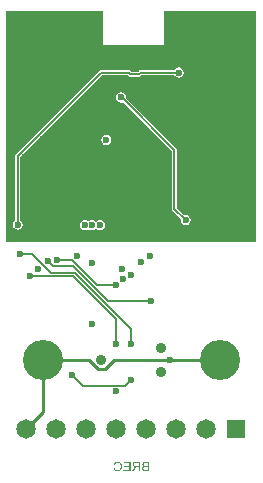
<source format=gbl>
G04*
G04 #@! TF.GenerationSoftware,Altium Limited,Altium Designer,21.6.4 (81)*
G04*
G04 Layer_Physical_Order=4*
G04 Layer_Color=16711680*
%FSLAX44Y44*%
%MOMM*%
G71*
G04*
G04 #@! TF.SameCoordinates,B426352F-7976-453D-B7C3-6DF0A089D787*
G04*
G04*
G04 #@! TF.FilePolarity,Positive*
G04*
G01*
G75*
%ADD11C,0.2540*%
%ADD40C,0.1520*%
%ADD41C,3.4000*%
%ADD42C,1.6500*%
%ADD43R,1.6500X1.6500*%
%ADD44C,0.9000*%
%ADD45C,0.6000*%
G36*
X215922Y200000D02*
X4078D01*
X4078Y395922D01*
X86400Y395922D01*
Y367000D01*
X137900D01*
Y395922D01*
X215922Y395922D01*
X215922Y200000D01*
D02*
G37*
G36*
X98435Y14390D02*
X98629Y14373D01*
X98817Y14349D01*
X98999Y14320D01*
X99169Y14285D01*
X99333Y14238D01*
X99486Y14197D01*
X99626Y14150D01*
X99750Y14103D01*
X99867Y14062D01*
X99967Y14021D01*
X100049Y13980D01*
X100119Y13950D01*
X100166Y13927D01*
X100196Y13909D01*
X100207Y13903D01*
X100372Y13804D01*
X100524Y13698D01*
X100665Y13586D01*
X100800Y13469D01*
X100923Y13352D01*
X101035Y13234D01*
X101140Y13111D01*
X101228Y13000D01*
X101310Y12894D01*
X101387Y12789D01*
X101445Y12701D01*
X101498Y12624D01*
X101533Y12554D01*
X101563Y12507D01*
X101580Y12478D01*
X101586Y12466D01*
X101668Y12284D01*
X101745Y12102D01*
X101809Y11914D01*
X101862Y11727D01*
X101909Y11539D01*
X101950Y11351D01*
X101979Y11175D01*
X102009Y11011D01*
X102026Y10852D01*
X102044Y10706D01*
X102050Y10577D01*
X102061Y10465D01*
Y10377D01*
X102067Y10342D01*
Y10312D01*
Y10289D01*
Y10272D01*
Y10260D01*
Y10254D01*
X102061Y10037D01*
X102050Y9826D01*
X102026Y9620D01*
X102003Y9427D01*
X101967Y9233D01*
X101932Y9057D01*
X101891Y8887D01*
X101850Y8728D01*
X101815Y8587D01*
X101774Y8458D01*
X101739Y8347D01*
X101704Y8253D01*
X101680Y8177D01*
X101657Y8124D01*
X101645Y8089D01*
X101639Y8083D01*
Y8077D01*
X101557Y7895D01*
X101463Y7719D01*
X101363Y7561D01*
X101264Y7408D01*
X101158Y7273D01*
X101052Y7144D01*
X100953Y7033D01*
X100853Y6927D01*
X100759Y6833D01*
X100671Y6757D01*
X100595Y6686D01*
X100524Y6634D01*
X100465Y6593D01*
X100424Y6557D01*
X100401Y6540D01*
X100389Y6534D01*
X100231Y6440D01*
X100061Y6358D01*
X99885Y6288D01*
X99709Y6223D01*
X99533Y6176D01*
X99351Y6129D01*
X99180Y6094D01*
X99010Y6065D01*
X98858Y6047D01*
X98711Y6029D01*
X98582Y6018D01*
X98471Y6006D01*
X98383D01*
X98342Y6000D01*
X98253D01*
X98019Y6006D01*
X97796Y6029D01*
X97585Y6065D01*
X97379Y6106D01*
X97191Y6158D01*
X97015Y6217D01*
X96851Y6282D01*
X96705Y6346D01*
X96569Y6411D01*
X96452Y6475D01*
X96347Y6534D01*
X96264Y6587D01*
X96194Y6628D01*
X96147Y6663D01*
X96118Y6686D01*
X96106Y6692D01*
X95948Y6833D01*
X95801Y6980D01*
X95666Y7138D01*
X95543Y7303D01*
X95431Y7473D01*
X95331Y7637D01*
X95244Y7801D01*
X95167Y7966D01*
X95097Y8118D01*
X95038Y8259D01*
X94991Y8382D01*
X94950Y8494D01*
X94921Y8582D01*
X94909Y8623D01*
X94903Y8652D01*
X94897Y8676D01*
X94892Y8693D01*
X94886Y8705D01*
Y8711D01*
X95959Y8981D01*
X96006Y8793D01*
X96059Y8623D01*
X96118Y8458D01*
X96188Y8312D01*
X96253Y8171D01*
X96329Y8042D01*
X96399Y7930D01*
X96470Y7825D01*
X96534Y7737D01*
X96599Y7655D01*
X96657Y7590D01*
X96710Y7537D01*
X96751Y7490D01*
X96781Y7461D01*
X96804Y7443D01*
X96810Y7437D01*
X96933Y7350D01*
X97057Y7267D01*
X97186Y7197D01*
X97315Y7138D01*
X97444Y7091D01*
X97573Y7050D01*
X97696Y7015D01*
X97813Y6986D01*
X97919Y6962D01*
X98025Y6951D01*
X98113Y6939D01*
X98189Y6927D01*
X98253D01*
X98300Y6921D01*
X98342D01*
X98476Y6927D01*
X98611Y6939D01*
X98741Y6956D01*
X98870Y6980D01*
X98987Y7009D01*
X99104Y7044D01*
X99210Y7074D01*
X99310Y7115D01*
X99398Y7150D01*
X99480Y7179D01*
X99550Y7214D01*
X99609Y7244D01*
X99656Y7267D01*
X99691Y7285D01*
X99714Y7297D01*
X99720Y7303D01*
X99838Y7379D01*
X99943Y7461D01*
X100043Y7549D01*
X100137Y7643D01*
X100219Y7737D01*
X100295Y7836D01*
X100366Y7930D01*
X100430Y8018D01*
X100483Y8106D01*
X100530Y8188D01*
X100571Y8265D01*
X100600Y8329D01*
X100630Y8382D01*
X100647Y8417D01*
X100653Y8447D01*
X100659Y8453D01*
X100712Y8599D01*
X100759Y8752D01*
X100800Y8904D01*
X100829Y9063D01*
X100888Y9362D01*
X100906Y9509D01*
X100923Y9650D01*
X100935Y9773D01*
X100941Y9890D01*
X100947Y9996D01*
X100953Y10084D01*
X100958Y10160D01*
Y10213D01*
Y10248D01*
Y10260D01*
X100953Y10412D01*
X100947Y10559D01*
X100917Y10841D01*
X100900Y10976D01*
X100876Y11105D01*
X100853Y11228D01*
X100829Y11339D01*
X100806Y11445D01*
X100788Y11539D01*
X100765Y11621D01*
X100747Y11691D01*
X100730Y11744D01*
X100718Y11785D01*
X100706Y11815D01*
Y11820D01*
X100653Y11961D01*
X100595Y12090D01*
X100530Y12214D01*
X100460Y12325D01*
X100389Y12436D01*
X100319Y12536D01*
X100243Y12624D01*
X100172Y12706D01*
X100102Y12777D01*
X100037Y12841D01*
X99979Y12894D01*
X99926Y12941D01*
X99885Y12976D01*
X99855Y13006D01*
X99832Y13017D01*
X99826Y13023D01*
X99703Y13105D01*
X99574Y13170D01*
X99445Y13234D01*
X99316Y13287D01*
X99180Y13328D01*
X99051Y13364D01*
X98928Y13393D01*
X98805Y13416D01*
X98694Y13440D01*
X98588Y13452D01*
X98494Y13463D01*
X98412Y13469D01*
X98347Y13475D01*
X98259D01*
X98107Y13469D01*
X97966Y13457D01*
X97831Y13440D01*
X97702Y13411D01*
X97585Y13381D01*
X97473Y13346D01*
X97373Y13311D01*
X97280Y13276D01*
X97197Y13234D01*
X97121Y13199D01*
X97057Y13164D01*
X97004Y13135D01*
X96963Y13105D01*
X96933Y13088D01*
X96916Y13076D01*
X96910Y13070D01*
X96810Y12988D01*
X96716Y12900D01*
X96634Y12800D01*
X96552Y12701D01*
X96476Y12589D01*
X96411Y12484D01*
X96347Y12378D01*
X96294Y12272D01*
X96247Y12172D01*
X96200Y12079D01*
X96165Y11997D01*
X96135Y11926D01*
X96112Y11861D01*
X96094Y11820D01*
X96088Y11791D01*
X96082Y11779D01*
X95026Y12026D01*
X95091Y12231D01*
X95173Y12425D01*
X95255Y12607D01*
X95349Y12777D01*
X95443Y12929D01*
X95537Y13076D01*
X95637Y13205D01*
X95730Y13322D01*
X95824Y13428D01*
X95906Y13516D01*
X95983Y13598D01*
X96053Y13657D01*
X96106Y13710D01*
X96153Y13745D01*
X96176Y13768D01*
X96188Y13774D01*
X96347Y13886D01*
X96511Y13980D01*
X96687Y14062D01*
X96857Y14132D01*
X97027Y14197D01*
X97197Y14244D01*
X97362Y14285D01*
X97520Y14320D01*
X97673Y14343D01*
X97808Y14361D01*
X97925Y14379D01*
X98031Y14384D01*
X98118Y14390D01*
X98154Y14396D01*
X98236D01*
X98435Y14390D01*
D02*
G37*
G36*
X125114Y6135D02*
X121882D01*
X121741Y6141D01*
X121612Y6147D01*
X121488Y6158D01*
X121377Y6164D01*
X121265Y6176D01*
X121166Y6188D01*
X121078Y6205D01*
X120996Y6217D01*
X120925Y6229D01*
X120861Y6241D01*
X120808Y6246D01*
X120767Y6258D01*
X120737Y6264D01*
X120720Y6270D01*
X120714D01*
X120520Y6329D01*
X120350Y6387D01*
X120197Y6458D01*
X120133Y6487D01*
X120069Y6522D01*
X120016Y6551D01*
X119969Y6581D01*
X119928Y6604D01*
X119892Y6628D01*
X119863Y6645D01*
X119846Y6657D01*
X119834Y6669D01*
X119828D01*
X119699Y6775D01*
X119587Y6898D01*
X119488Y7021D01*
X119400Y7144D01*
X119329Y7250D01*
X119300Y7297D01*
X119276Y7338D01*
X119259Y7373D01*
X119247Y7396D01*
X119235Y7414D01*
Y7420D01*
X119153Y7608D01*
X119094Y7795D01*
X119047Y7977D01*
X119018Y8142D01*
X119007Y8212D01*
X119001Y8282D01*
X118995Y8341D01*
Y8388D01*
X118989Y8429D01*
Y8464D01*
Y8482D01*
Y8488D01*
X118995Y8617D01*
X119007Y8740D01*
X119024Y8863D01*
X119053Y8975D01*
X119083Y9086D01*
X119112Y9186D01*
X119153Y9280D01*
X119188Y9368D01*
X119224Y9444D01*
X119259Y9515D01*
X119294Y9573D01*
X119323Y9620D01*
X119353Y9661D01*
X119370Y9691D01*
X119382Y9708D01*
X119388Y9714D01*
X119464Y9808D01*
X119546Y9896D01*
X119640Y9978D01*
X119728Y10049D01*
X119822Y10119D01*
X119916Y10178D01*
X120010Y10230D01*
X120104Y10277D01*
X120186Y10324D01*
X120268Y10359D01*
X120338Y10389D01*
X120397Y10412D01*
X120450Y10430D01*
X120485Y10442D01*
X120514Y10453D01*
X120520D01*
X120415Y10506D01*
X120321Y10565D01*
X120233Y10624D01*
X120145Y10688D01*
X120069Y10753D01*
X119998Y10811D01*
X119939Y10870D01*
X119881Y10929D01*
X119834Y10981D01*
X119787Y11034D01*
X119752Y11075D01*
X119722Y11116D01*
X119699Y11152D01*
X119681Y11175D01*
X119675Y11187D01*
X119670Y11193D01*
X119617Y11281D01*
X119576Y11369D01*
X119535Y11451D01*
X119505Y11539D01*
X119452Y11703D01*
X119417Y11856D01*
X119405Y11920D01*
X119400Y11985D01*
X119388Y12038D01*
Y12084D01*
X119382Y12120D01*
Y12149D01*
Y12167D01*
Y12172D01*
X119388Y12278D01*
X119394Y12378D01*
X119435Y12577D01*
X119482Y12759D01*
X119511Y12841D01*
X119540Y12924D01*
X119576Y12994D01*
X119605Y13053D01*
X119628Y13111D01*
X119652Y13158D01*
X119675Y13193D01*
X119693Y13223D01*
X119699Y13240D01*
X119705Y13246D01*
X119769Y13340D01*
X119834Y13428D01*
X119904Y13504D01*
X119975Y13581D01*
X120051Y13651D01*
X120121Y13710D01*
X120192Y13768D01*
X120262Y13815D01*
X120327Y13862D01*
X120391Y13898D01*
X120444Y13933D01*
X120491Y13956D01*
X120532Y13980D01*
X120561Y13991D01*
X120579Y14003D01*
X120585D01*
X120690Y14050D01*
X120808Y14085D01*
X121054Y14150D01*
X121301Y14197D01*
X121424Y14209D01*
X121541Y14226D01*
X121647Y14232D01*
X121752Y14244D01*
X121840Y14250D01*
X121923D01*
X121987Y14255D01*
X125114D01*
Y6135D01*
D02*
G37*
G36*
X117493D02*
X116419D01*
Y9743D01*
X115028D01*
X114905Y9737D01*
X114799Y9732D01*
X114717Y9726D01*
X114659Y9714D01*
X114612Y9708D01*
X114582Y9702D01*
X114577D01*
X114483Y9673D01*
X114395Y9644D01*
X114312Y9603D01*
X114242Y9567D01*
X114178Y9538D01*
X114131Y9509D01*
X114101Y9491D01*
X114090Y9485D01*
X113996Y9421D01*
X113902Y9338D01*
X113814Y9245D01*
X113726Y9157D01*
X113655Y9075D01*
X113597Y9004D01*
X113573Y8975D01*
X113556Y8957D01*
X113550Y8945D01*
X113544Y8940D01*
X113485Y8863D01*
X113421Y8781D01*
X113292Y8605D01*
X113162Y8417D01*
X113039Y8235D01*
X112986Y8153D01*
X112934Y8077D01*
X112887Y8007D01*
X112846Y7942D01*
X112816Y7895D01*
X112793Y7854D01*
X112775Y7831D01*
X112769Y7825D01*
X111696Y6135D01*
X110352D01*
X111754Y8341D01*
X111913Y8576D01*
X111995Y8681D01*
X112071Y8787D01*
X112148Y8881D01*
X112224Y8969D01*
X112294Y9051D01*
X112359Y9127D01*
X112417Y9198D01*
X112476Y9256D01*
X112523Y9303D01*
X112564Y9350D01*
X112599Y9380D01*
X112623Y9409D01*
X112640Y9421D01*
X112646Y9427D01*
X112740Y9503D01*
X112840Y9573D01*
X112945Y9644D01*
X113051Y9702D01*
X113145Y9755D01*
X113186Y9779D01*
X113221Y9796D01*
X113251Y9814D01*
X113274Y9820D01*
X113286Y9831D01*
X113292D01*
X113080Y9867D01*
X112881Y9908D01*
X112699Y9961D01*
X112529Y10013D01*
X112376Y10078D01*
X112230Y10136D01*
X112106Y10201D01*
X111989Y10266D01*
X111889Y10330D01*
X111807Y10389D01*
X111731Y10442D01*
X111672Y10489D01*
X111625Y10530D01*
X111590Y10559D01*
X111573Y10577D01*
X111567Y10582D01*
X111467Y10694D01*
X111379Y10817D01*
X111303Y10934D01*
X111238Y11058D01*
X111185Y11181D01*
X111138Y11304D01*
X111103Y11422D01*
X111074Y11533D01*
X111050Y11639D01*
X111033Y11732D01*
X111021Y11820D01*
X111009Y11891D01*
Y11955D01*
X111003Y12002D01*
Y12026D01*
Y12038D01*
X111009Y12161D01*
X111015Y12284D01*
X111033Y12401D01*
X111056Y12513D01*
X111080Y12618D01*
X111109Y12718D01*
X111144Y12812D01*
X111173Y12900D01*
X111203Y12976D01*
X111238Y13047D01*
X111267Y13111D01*
X111291Y13164D01*
X111314Y13205D01*
X111326Y13234D01*
X111338Y13252D01*
X111344Y13258D01*
X111408Y13358D01*
X111479Y13452D01*
X111555Y13534D01*
X111625Y13616D01*
X111702Y13686D01*
X111778Y13751D01*
X111854Y13804D01*
X111924Y13856D01*
X111989Y13898D01*
X112054Y13933D01*
X112106Y13968D01*
X112153Y13991D01*
X112194Y14009D01*
X112224Y14021D01*
X112241Y14032D01*
X112247D01*
X112359Y14073D01*
X112482Y14109D01*
X112611Y14138D01*
X112740Y14161D01*
X113016Y14203D01*
X113151Y14214D01*
X113280Y14226D01*
X113409Y14238D01*
X113520Y14244D01*
X113626Y14250D01*
X113720D01*
X113790Y14255D01*
X117493D01*
Y6135D01*
D02*
G37*
G36*
X109296D02*
X103241D01*
Y7091D01*
X108222D01*
Y9855D01*
X103734D01*
Y10811D01*
X108222D01*
Y13299D01*
X103428D01*
Y14255D01*
X109296D01*
Y6135D01*
D02*
G37*
%LPC*%
G36*
X150000Y348104D02*
X148334Y347772D01*
X146922Y346828D01*
X146248Y345820D01*
X117613D01*
X116821Y345662D01*
X116150Y345214D01*
X115476Y344540D01*
X109971D01*
X109297Y345214D01*
X108626Y345662D01*
X107833Y345820D01*
X84500D01*
X83708Y345662D01*
X83036Y345214D01*
X12286Y274464D01*
X11838Y273792D01*
X11680Y273000D01*
Y218752D01*
X10671Y218078D01*
X9728Y216666D01*
X9396Y215000D01*
X9728Y213334D01*
X10671Y211922D01*
X12084Y210978D01*
X13750Y210646D01*
X15416Y210978D01*
X16829Y211922D01*
X17772Y213334D01*
X18104Y215000D01*
X17772Y216666D01*
X16829Y218078D01*
X15820Y218752D01*
Y272143D01*
X85357Y341680D01*
X106976D01*
X107650Y341006D01*
X108322Y340558D01*
X109114Y340400D01*
X116334D01*
X117126Y340558D01*
X117797Y341006D01*
X118471Y341680D01*
X146248D01*
X146922Y340672D01*
X148334Y339728D01*
X150000Y339396D01*
X151666Y339728D01*
X153078Y340672D01*
X154022Y342084D01*
X154354Y343750D01*
X154022Y345416D01*
X153078Y346828D01*
X151666Y347772D01*
X150000Y348104D01*
D02*
G37*
G36*
X88750Y291104D02*
X87084Y290772D01*
X85672Y289828D01*
X84728Y288416D01*
X84396Y286750D01*
X84728Y285084D01*
X85672Y283671D01*
X87084Y282728D01*
X88750Y282396D01*
X90416Y282728D01*
X91828Y283671D01*
X92772Y285084D01*
X93104Y286750D01*
X92772Y288416D01*
X91828Y289828D01*
X90416Y290772D01*
X88750Y291104D01*
D02*
G37*
G36*
X83500Y218854D02*
X81834Y218522D01*
X80422Y217579D01*
X80078D01*
X78666Y218522D01*
X77000Y218854D01*
X75334Y218522D01*
X74740Y218126D01*
X73750Y217659D01*
X72760Y218126D01*
X72166Y218522D01*
X70500Y218854D01*
X68834Y218522D01*
X67421Y217579D01*
X66478Y216166D01*
X66146Y214500D01*
X66478Y212834D01*
X67421Y211422D01*
X68834Y210478D01*
X70500Y210146D01*
X72166Y210478D01*
X72760Y210874D01*
X73750Y211341D01*
X74740Y210874D01*
X75334Y210478D01*
X77000Y210146D01*
X78666Y210478D01*
X80078Y211422D01*
X80422D01*
X81834Y210478D01*
X83500Y210146D01*
X85166Y210478D01*
X86579Y211422D01*
X87522Y212834D01*
X87854Y214500D01*
X87522Y216166D01*
X86579Y217579D01*
X85166Y218522D01*
X83500Y218854D01*
D02*
G37*
G36*
X101250Y327104D02*
X99584Y326772D01*
X98172Y325829D01*
X97228Y324416D01*
X96896Y322750D01*
X97228Y321084D01*
X98172Y319671D01*
X99584Y318728D01*
X101250Y318396D01*
X102916Y318728D01*
X103023Y318799D01*
X144430Y277393D01*
Y228250D01*
X144588Y227458D01*
X145036Y226786D01*
X151883Y219940D01*
X151646Y218750D01*
X151978Y217084D01*
X152921Y215672D01*
X154334Y214728D01*
X156000Y214396D01*
X157666Y214728D01*
X159079Y215672D01*
X160022Y217084D01*
X160354Y218750D01*
X160022Y220416D01*
X159079Y221828D01*
X157666Y222772D01*
X156000Y223104D01*
X154810Y222867D01*
X148570Y229107D01*
Y278250D01*
X148412Y279042D01*
X147964Y279713D01*
X105491Y322186D01*
X105604Y322750D01*
X105272Y324416D01*
X104328Y325829D01*
X102916Y326772D01*
X101250Y327104D01*
D02*
G37*
G36*
X124041Y13299D02*
X122263D01*
X122116Y13293D01*
X121981Y13287D01*
X121858Y13281D01*
X121747Y13270D01*
X121647Y13264D01*
X121559Y13252D01*
X121477Y13240D01*
X121406Y13229D01*
X121348Y13217D01*
X121301Y13211D01*
X121259Y13199D01*
X121230Y13193D01*
X121207Y13188D01*
X121195Y13182D01*
X121189D01*
X121060Y13129D01*
X120954Y13070D01*
X120855Y13000D01*
X120778Y12929D01*
X120720Y12865D01*
X120673Y12812D01*
X120649Y12771D01*
X120638Y12765D01*
Y12759D01*
X120573Y12642D01*
X120520Y12519D01*
X120485Y12401D01*
X120462Y12290D01*
X120450Y12196D01*
X120444Y12155D01*
X120438Y12120D01*
Y12090D01*
Y12067D01*
Y12055D01*
Y12049D01*
X120450Y11897D01*
X120473Y11756D01*
X120503Y11633D01*
X120544Y11533D01*
X120585Y11445D01*
X120602Y11416D01*
X120614Y11386D01*
X120632Y11363D01*
X120638Y11345D01*
X120649Y11339D01*
Y11334D01*
X120737Y11234D01*
X120831Y11152D01*
X120937Y11081D01*
X121037Y11028D01*
X121125Y10987D01*
X121166Y10970D01*
X121195Y10958D01*
X121224Y10946D01*
X121248Y10940D01*
X121259Y10934D01*
X121265D01*
X121330Y10917D01*
X121400Y10905D01*
X121477Y10893D01*
X121559Y10882D01*
X121729Y10864D01*
X121893Y10852D01*
X121975Y10847D01*
X122116D01*
X122175Y10841D01*
X124041D01*
Y13299D01*
D02*
G37*
G36*
Y9884D02*
X122028D01*
X121893Y9878D01*
X121770Y9872D01*
X121658Y9861D01*
X121553Y9849D01*
X121453Y9837D01*
X121365Y9826D01*
X121283Y9814D01*
X121213Y9802D01*
X121154Y9790D01*
X121101Y9779D01*
X121060Y9767D01*
X121025Y9755D01*
X121001Y9749D01*
X120990Y9743D01*
X120984D01*
X120837Y9685D01*
X120708Y9614D01*
X120597Y9538D01*
X120503Y9456D01*
X120426Y9385D01*
X120374Y9327D01*
X120356Y9303D01*
X120344Y9292D01*
X120332Y9280D01*
Y9274D01*
X120256Y9145D01*
X120197Y9010D01*
X120156Y8881D01*
X120127Y8758D01*
X120110Y8646D01*
X120104Y8605D01*
Y8564D01*
X120098Y8535D01*
Y8505D01*
Y8494D01*
Y8488D01*
X120104Y8347D01*
X120121Y8212D01*
X120151Y8095D01*
X120180Y7995D01*
X120209Y7913D01*
X120239Y7848D01*
X120245Y7825D01*
X120256Y7807D01*
X120262Y7801D01*
Y7795D01*
X120327Y7690D01*
X120391Y7602D01*
X120462Y7526D01*
X120526Y7461D01*
X120585Y7408D01*
X120632Y7373D01*
X120661Y7350D01*
X120667Y7344D01*
X120673D01*
X120773Y7291D01*
X120872Y7244D01*
X120978Y7209D01*
X121072Y7179D01*
X121160Y7156D01*
X121224Y7138D01*
X121254Y7132D01*
X121271D01*
X121283Y7127D01*
X121289D01*
X121330Y7121D01*
X121383Y7115D01*
X121494Y7109D01*
X121612Y7097D01*
X121735D01*
X121846Y7091D01*
X124041D01*
Y9884D01*
D02*
G37*
G36*
X116419Y13358D02*
X113855D01*
X113691Y13352D01*
X113538Y13340D01*
X113397Y13322D01*
X113268Y13299D01*
X113151Y13270D01*
X113039Y13240D01*
X112940Y13205D01*
X112857Y13170D01*
X112781Y13135D01*
X112717Y13099D01*
X112658Y13070D01*
X112611Y13041D01*
X112582Y13017D01*
X112552Y13000D01*
X112541Y12988D01*
X112535Y12982D01*
X112458Y12912D01*
X112394Y12836D01*
X112341Y12759D01*
X112288Y12677D01*
X112247Y12601D01*
X112218Y12519D01*
X112189Y12442D01*
X112165Y12372D01*
X112148Y12302D01*
X112136Y12237D01*
X112124Y12184D01*
X112118Y12131D01*
X112112Y12090D01*
Y12061D01*
Y12043D01*
Y12038D01*
X112124Y11891D01*
X112148Y11756D01*
X112183Y11633D01*
X112218Y11527D01*
X112259Y11439D01*
X112277Y11398D01*
X112294Y11369D01*
X112312Y11345D01*
X112318Y11328D01*
X112329Y11316D01*
Y11310D01*
X112417Y11193D01*
X112517Y11093D01*
X112623Y11011D01*
X112728Y10940D01*
X112822Y10888D01*
X112857Y10870D01*
X112893Y10852D01*
X112922Y10841D01*
X112945Y10829D01*
X112957Y10823D01*
X112963D01*
X113045Y10799D01*
X113127Y10776D01*
X113315Y10741D01*
X113509Y10711D01*
X113691Y10694D01*
X113779Y10688D01*
X113855Y10682D01*
X113931D01*
X113990Y10676D01*
X116419D01*
Y13358D01*
D02*
G37*
%LPD*%
D11*
X143000Y100000D02*
X185000D01*
X95128D02*
X143000D01*
X35000D02*
X74072D01*
X81487Y92585D01*
X87713D01*
X95128Y100000D01*
X21100Y42200D02*
X35000Y56100D01*
Y100000D01*
D40*
X13750Y215000D02*
Y273000D01*
X84500Y343750D01*
X107833D01*
X117613D02*
X150000D01*
X116334Y342470D02*
X117613Y343750D01*
X109114Y342470D02*
X116334D01*
X107833Y343750D02*
X109114Y342470D01*
X90500Y150000D02*
X126750D01*
X24000Y171250D02*
X61000D01*
X97250Y135000D01*
Y113750D02*
Y135000D01*
X110000Y113750D02*
Y126500D01*
X62460Y174040D02*
X110000Y126500D01*
X42210Y174040D02*
X62460D01*
X60742Y179758D02*
X90500Y150000D01*
X59750Y184750D02*
X80750Y163750D01*
X97250D01*
X49372Y179758D02*
X60742D01*
X47250Y184750D02*
X59750D01*
X26250Y190000D02*
X42210Y174040D01*
X26114Y190000D02*
X26250D01*
X101250Y323500D02*
X146500Y278250D01*
Y228250D02*
X156000Y218750D01*
X146500Y228250D02*
Y278250D01*
X39500Y184250D02*
X44030Y179720D01*
X49334D01*
X49372Y179758D01*
X26084Y190030D02*
X26114Y190000D01*
X21916Y190030D02*
X26084D01*
X95167Y78780D02*
X99333D01*
X95136Y78750D02*
X95167Y78780D01*
X68750Y78750D02*
X95136D01*
X99333Y78780D02*
X99363Y78750D01*
X105000D01*
X60000Y87500D02*
X68750Y78750D01*
X105000D02*
X110000Y83750D01*
X21886Y190000D02*
X21916Y190030D01*
X16000Y190000D02*
X21886D01*
D41*
X185000Y100000D02*
D03*
X35000D02*
D03*
D42*
X21100Y42200D02*
D03*
X46500D02*
D03*
X148100D02*
D03*
X173500D02*
D03*
X122700D02*
D03*
X97300D02*
D03*
X71900D02*
D03*
D43*
X198900D02*
D03*
D44*
X84600Y100100D02*
D03*
X135400Y110260D02*
D03*
Y89940D02*
D03*
D45*
X35182Y287318D02*
D03*
X20182Y272318D02*
D03*
X20000Y257500D02*
D03*
Y242500D02*
D03*
Y227500D02*
D03*
X105750Y338720D02*
D03*
X126750Y290500D02*
D03*
X142332Y300674D02*
D03*
X126750Y150000D02*
D03*
X77000Y131250D02*
D03*
X97250Y163750D02*
D03*
X102778Y168750D02*
D03*
X200000Y392500D02*
D03*
Y377500D02*
D03*
Y362500D02*
D03*
Y347500D02*
D03*
Y332500D02*
D03*
Y317500D02*
D03*
Y302500D02*
D03*
Y287500D02*
D03*
Y272500D02*
D03*
Y257500D02*
D03*
Y242500D02*
D03*
Y227500D02*
D03*
X185000Y392500D02*
D03*
Y377500D02*
D03*
Y362500D02*
D03*
Y347500D02*
D03*
Y332500D02*
D03*
Y317500D02*
D03*
Y302500D02*
D03*
Y287500D02*
D03*
Y272500D02*
D03*
Y257500D02*
D03*
Y242500D02*
D03*
Y227500D02*
D03*
X170000Y392500D02*
D03*
Y377500D02*
D03*
Y362500D02*
D03*
Y317500D02*
D03*
Y272500D02*
D03*
Y257500D02*
D03*
Y242500D02*
D03*
Y227500D02*
D03*
X155000Y377500D02*
D03*
Y362500D02*
D03*
Y317500D02*
D03*
Y272500D02*
D03*
Y257500D02*
D03*
Y242500D02*
D03*
Y227500D02*
D03*
X140000Y272500D02*
D03*
Y257500D02*
D03*
Y242500D02*
D03*
Y227500D02*
D03*
X95000Y272500D02*
D03*
Y257500D02*
D03*
Y242500D02*
D03*
Y227500D02*
D03*
X80000Y257500D02*
D03*
Y242500D02*
D03*
Y227500D02*
D03*
X65000Y392500D02*
D03*
Y377500D02*
D03*
Y362500D02*
D03*
X50000Y392500D02*
D03*
Y377500D02*
D03*
Y362500D02*
D03*
Y347500D02*
D03*
X35000Y392500D02*
D03*
Y377500D02*
D03*
Y362500D02*
D03*
Y347500D02*
D03*
Y332500D02*
D03*
Y317500D02*
D03*
Y302500D02*
D03*
Y272500D02*
D03*
Y257500D02*
D03*
Y242500D02*
D03*
X20000Y392500D02*
D03*
Y377500D02*
D03*
Y362500D02*
D03*
Y347500D02*
D03*
Y332500D02*
D03*
Y317500D02*
D03*
Y302500D02*
D03*
Y287500D02*
D03*
X212500Y213500D02*
D03*
Y203500D02*
D03*
X200000D02*
D03*
X185000D02*
D03*
X170000D02*
D03*
X200000Y213500D02*
D03*
X185000D02*
D03*
X170000D02*
D03*
X7500Y392500D02*
D03*
Y377500D02*
D03*
Y362500D02*
D03*
Y347500D02*
D03*
Y332500D02*
D03*
Y317500D02*
D03*
Y302500D02*
D03*
Y287500D02*
D03*
Y272500D02*
D03*
Y257500D02*
D03*
Y242500D02*
D03*
Y227500D02*
D03*
X78500Y300500D02*
D03*
X88750Y286750D02*
D03*
X30750Y177500D02*
D03*
X24000Y171250D02*
D03*
X64000Y188750D02*
D03*
X47250Y184750D02*
D03*
X39500Y184250D02*
D03*
X97250Y113750D02*
D03*
Y73750D02*
D03*
X110000Y172250D02*
D03*
X102000Y177500D02*
D03*
X118000Y183750D02*
D03*
X126000Y188750D02*
D03*
X143000Y100000D02*
D03*
X77000Y182500D02*
D03*
X110000Y113750D02*
D03*
Y83750D02*
D03*
X60000Y87500D02*
D03*
X16000Y190000D02*
D03*
X136750Y214500D02*
D03*
X149250D02*
D03*
X143000D02*
D03*
X156000Y218750D02*
D03*
X13750Y215000D02*
D03*
X70500Y214500D02*
D03*
X83500D02*
D03*
X77000D02*
D03*
X101250Y322750D02*
D03*
X150000Y343750D02*
D03*
X212500Y227500D02*
D03*
Y242500D02*
D03*
Y257500D02*
D03*
Y272500D02*
D03*
Y287500D02*
D03*
Y302500D02*
D03*
Y317500D02*
D03*
Y332500D02*
D03*
Y347500D02*
D03*
Y362500D02*
D03*
Y377500D02*
D03*
Y392500D02*
D03*
X148000Y368750D02*
D03*
Y381000D02*
D03*
Y392750D02*
D03*
X72000Y369000D02*
D03*
X83250Y392750D02*
D03*
X78000Y374750D02*
D03*
X83750Y381000D02*
D03*
X78000Y387250D02*
D03*
X114250Y330500D02*
D03*
Y347500D02*
D03*
X105750Y356000D02*
D03*
X120500Y363750D02*
D03*
X108000D02*
D03*
X99250D02*
D03*
X142000Y375000D02*
D03*
Y387250D02*
D03*
M02*

</source>
